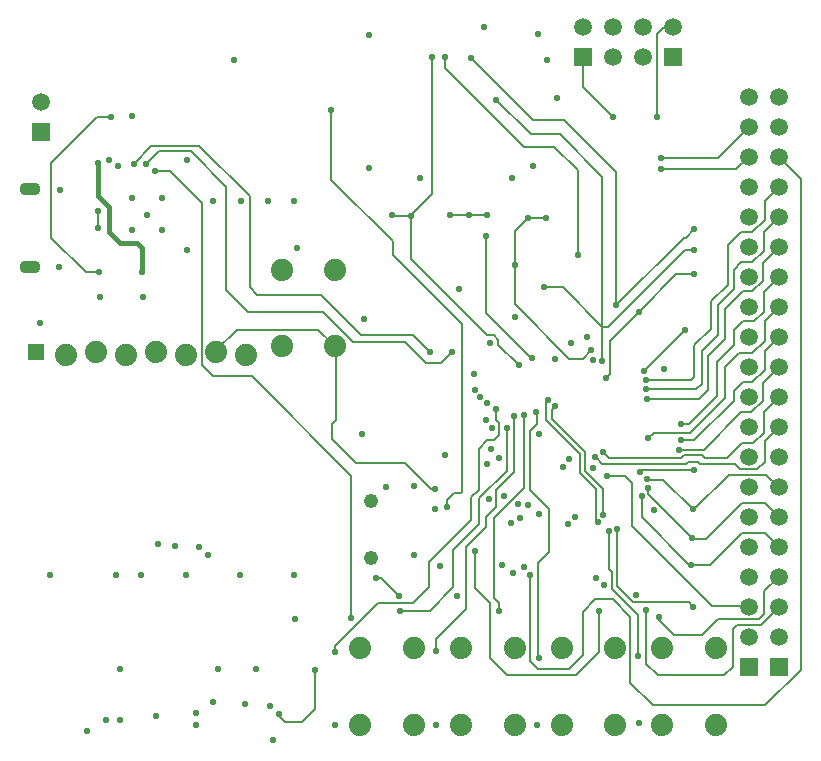
<source format=gbr>
%TF.GenerationSoftware,Novarm,DipTrace,3.2.0.1*%
%TF.CreationDate,2018-02-15T15:07:33-08:00*%
%FSLAX26Y26*%
%MOIN*%
%TF.FileFunction,Copper,L2,Inr*%
%TF.Part,Single*%
%AMOUTLINE1*
4,1,4,
0.026163,0.026163,
0.026205,-0.026121,
-0.026121,-0.026205,
-0.026163,0.026163,
0.026163,0.026163,
0*%
%TA.AperFunction,Conductor*%
%ADD15C,0.006*%
%ADD16C,0.015748*%
%TA.AperFunction,ComponentPad*%
%ADD33R,0.059055X0.059055*%
%ADD34C,0.059055*%
%ADD38O,0.070866X0.043307*%
%ADD45C,0.074*%
%ADD60R,0.05937X0.05937*%
%ADD61C,0.05937*%
%ADD65C,0.048*%
%TA.AperFunction,ViaPad*%
%ADD66C,0.021654*%
%TA.AperFunction,ComponentPad*%
%ADD142OUTLINE1*%
G75*
G01*
%LPD*%
X1278298Y531764D2*
D15*
Y525515D1*
X1300171Y503642D1*
X1356415D1*
X1400160Y547387D1*
Y678624D1*
X675236Y2150267D2*
Y2206588D1*
X2656516Y1119019D2*
Y1116078D1*
X2703578D1*
X2822141Y1234641D1*
X2897141D1*
X2944016Y1187765D1*
X2509641Y1284641D2*
Y1265894D1*
X2656516Y1119019D1*
X2356722Y1706391D2*
Y1821841D1*
X2225172Y1953391D1*
X2162580D1*
X2662765Y2078391D2*
X2631196D1*
X2374646Y1821841D1*
X2356722D1*
Y2321789D1*
X2215700Y2462811D1*
X2118835D1*
X2003222Y2578424D1*
X2651572Y1028587D2*
X2716087D1*
X2822141Y1134641D1*
X2897141D1*
X2944016Y1087765D1*
X2651572Y1028587D2*
X2646945D1*
X2487546Y1187986D1*
Y1256735D1*
X2368809Y1650397D2*
X2381307Y1662895D1*
Y1775057D1*
X2477897Y1871646D1*
X2603553Y1997302D1*
X2662767D1*
X2275068Y2059729D2*
Y2344074D1*
X2196952Y2422191D1*
X2093838D1*
X1831365Y2684663D1*
Y2722159D1*
X2503170Y878603D2*
Y697372D1*
X2540666Y659876D1*
X2762517D1*
X2790639Y687998D1*
Y812985D1*
X2806263Y828608D1*
X2884859D1*
X2944016Y887765D1*
X2543790Y853605D2*
Y844242D1*
X2594016Y794016D1*
X2687767D1*
X2741107Y847356D1*
X2878130D1*
X2896878Y866104D1*
Y940628D1*
X2944016Y987765D1*
X2496920Y1675394D2*
X2631281Y1809755D1*
X2115710Y994215D2*
Y706746D1*
X2140708Y681748D1*
X2243822D1*
X2290692Y728618D1*
Y872353D1*
X2331313Y912974D1*
X2390681D1*
X2450050Y853605D1*
Y634878D1*
X2525288Y559641D1*
X2900267D1*
X3018740Y678116D1*
Y2313041D1*
X2944016Y2387765D1*
X2121960Y1719139D2*
X2118835D1*
X1968851Y1869124D1*
Y2125347D1*
X2503391Y1644016D2*
X2653390D1*
X2662765Y1653391D1*
Y1759641D1*
X2719016Y1815891D1*
Y1906515D1*
X2775267Y1962765D1*
Y2094016D1*
X2819016Y2137765D1*
X2856515D1*
X2897141Y2178391D1*
Y2240890D1*
X2944016Y2287765D1*
X2503170Y1612901D2*
X2669150D1*
X2687765Y1631516D1*
Y1740890D1*
X2740891Y1794016D1*
Y1894016D1*
X2794016Y1947141D1*
Y2012765D1*
X2819016Y2037765D1*
X2856515D1*
X2894016Y2075267D1*
Y2137765D1*
X2944016Y2187765D1*
X2506294Y1581654D2*
X2678528D1*
X2709641Y1612767D1*
Y1725265D1*
X2765891Y1781516D1*
Y1881517D1*
X2825265Y1940891D1*
X2856517D1*
X2890891Y1975265D1*
Y2034641D1*
X2944016Y2087765D1*
X2619016Y1497141D2*
X2644016D1*
X2737767Y1590891D1*
Y1703391D1*
X2794016Y1759641D1*
Y1809642D1*
X2825265Y1840891D1*
X2862767D1*
X2894016Y1872141D1*
Y1937765D1*
X2944016Y1987765D1*
X2509419Y1450418D2*
X2528017Y1469016D1*
X2650267D1*
X2765891Y1584641D1*
Y1687765D1*
X2812767Y1734641D1*
X2856515D1*
X2897141Y1775267D1*
Y1840890D1*
X2944016Y1887765D1*
X2619016Y1444016D2*
X2662767D1*
X2794016Y1575265D1*
Y1606516D1*
X2825265Y1637765D1*
X2856515D1*
X2897141Y1678391D1*
Y1740890D1*
X2944016Y1787765D1*
X2612765Y1412765D2*
X2694016D1*
X2819016Y1537765D1*
X2853391D1*
X2890891Y1575265D1*
Y1634641D1*
X2944016Y1687765D1*
X2359435Y1403547D2*
X2378341Y1384641D1*
X2618624D1*
X2628156Y1394173D1*
X2687525D1*
X2697058Y1384641D1*
X2772141D1*
X2822141Y1434641D1*
X2859641D1*
X2894016Y1469016D1*
Y1537765D1*
X2944016Y1587765D1*
X1518898Y850481D2*
Y1325431D1*
X1187683Y1656646D1*
X1059571D1*
X1022075Y1694142D1*
Y2234710D1*
X915836Y2340949D1*
X865841D1*
X793974Y2365946D2*
X853343Y2425315D1*
X1012701D1*
X1181433Y2256583D1*
Y1953490D1*
X1206431Y1928492D1*
X1418908D1*
X1553269Y1794131D1*
X1723811D1*
X1781670Y1736273D1*
X2371933Y1325431D2*
X2431302D1*
X2456299Y1300433D1*
Y1156698D1*
X2722107Y890891D1*
X2840890D1*
X2844016Y887765D1*
X2481516Y1337765D2*
X2487929Y1344179D1*
X2662528D1*
X2590891Y2822137D2*
X2562526D1*
X2537541Y2797151D1*
Y2522180D1*
X2553164Y2384694D2*
X2740945D1*
X2844016Y2487765D1*
X2506516Y1315891D2*
Y1312765D1*
X2559641D1*
X2659465Y1212943D1*
X2944016Y1287765D2*
X2903390Y1328391D1*
X2777977D1*
X2662528Y1212943D1*
X2659465D1*
X2662764Y2147139D2*
X2634641Y2119016D1*
X2628391D1*
X2403391Y1894016D1*
Y2337613D1*
X2228198Y2512806D1*
X2125084D1*
X1918856Y2719034D1*
X1603264Y984841D2*
X1618887D1*
X1678256Y925473D1*
X1970831Y2194016D2*
X1912859D1*
X1850267D1*
X2003222Y1547282D2*
Y1509786D1*
X2012596Y1500412D1*
Y1459792D1*
X1996973Y1444168D1*
X1971975D1*
X1943853Y1416046D1*
Y1278561D1*
X1918856Y1253563D1*
Y1178571D1*
X1778246Y1037961D1*
Y953595D1*
X1725126Y900475D1*
X1609513D1*
X1465778Y756740D1*
Y737992D1*
X2062591Y1525410D2*
Y1337929D1*
X2003222Y1278561D1*
Y1222317D1*
X1968851Y1187945D1*
Y1153574D1*
X1903233Y1087956D1*
Y881727D1*
X1803243Y781738D1*
Y741117D1*
X2134458Y1537908D2*
X2137583D1*
Y1497288D1*
X2115710Y1475415D1*
Y1278561D1*
X2178204Y1216067D1*
Y1072332D1*
X2140708Y1034836D1*
Y722369D1*
X2143832Y719244D1*
X2175079Y1578529D2*
X2168622D1*
Y1509994D1*
X2281318Y1397298D1*
Y1334805D1*
X2334437Y1281685D1*
Y1178571D1*
X2340687Y1172322D1*
X2378183Y1141075D2*
Y1012964D1*
X2387557Y1003589D1*
Y947345D1*
X2475267Y859635D1*
Y725516D1*
X834595Y2362822D2*
X878340Y2406567D1*
X984579D1*
X1103317Y2287830D1*
Y1944116D1*
X1175184Y1872248D1*
X1425158D1*
X1526603Y1770803D1*
X1698460D1*
X1768872Y1700391D1*
X1818866D1*
X1856372Y1737897D1*
X2331313Y1387924D2*
X2334437D1*
X2356446Y1365915D1*
X2634269D1*
X2640655Y1372301D1*
X2676659D1*
X2683045Y1365915D1*
X2797117D1*
X2815891Y1347141D1*
X2872141D1*
X2897141Y1372141D1*
Y1440890D1*
X2944016Y1487765D1*
X2290891Y2722137D2*
Y2622141D1*
X2390891Y2522141D1*
X2844016Y2387765D2*
X2803449Y2347198D1*
X2553164D1*
X1837614Y1222317D2*
Y1244189D1*
X1862612Y1269187D1*
X1884485D1*
X1887609Y1272311D1*
Y1831628D1*
X1659641Y2059596D1*
Y2106516D1*
X1453391Y2312765D1*
Y2544016D1*
X676328Y2369071D2*
D16*
Y2258616D1*
X712733Y2222212D1*
Y2137845D1*
X750229Y2100349D1*
X806473D1*
X822096Y2084726D1*
Y2003485D1*
X678361D2*
D15*
X634616D1*
X519003Y2119097D1*
Y2369071D1*
X672112Y2522180D1*
X718982D1*
X2107996Y2184715D2*
X2168826D1*
X2065891Y2028113D2*
Y1897070D1*
X2246946Y1716015D1*
X2290692D1*
X2318814Y1744137D1*
X2065891Y2028113D2*
Y2142610D1*
X2107996Y2184715D1*
X2037593Y1484789D2*
Y1341054D1*
X1946978Y1250439D1*
Y1166072D1*
X1859487Y1078582D1*
Y953595D1*
X1781370Y875478D1*
X1681381D1*
X2093838Y1528213D2*
Y1284810D1*
X1994016Y1184988D1*
Y919015D1*
X2012767Y900264D1*
Y875267D1*
X2344016Y875264D2*
Y737765D1*
X2269016Y662765D1*
X2037765D1*
X1981516Y719015D1*
Y900267D1*
X1931355Y950428D1*
Y1075104D1*
X2659643Y887764D2*
X2643807Y903600D1*
X2459424D1*
X2406305Y956719D1*
Y1147324D1*
X2359435Y1194194D2*
Y1281685D1*
X2300066Y1341054D1*
Y1403547D1*
X2188307Y1515306D1*
Y1544887D1*
X2200076Y1556656D1*
X1069016Y1737765D2*
Y1744016D1*
X1137765Y1812765D1*
X1409516D1*
X1465765Y1756516D1*
X1797139Y1281516D2*
X1784664D1*
X1697004Y1369176D1*
X1534521D1*
X1456404Y1447293D1*
Y1497288D1*
X1469016Y1509899D1*
Y1753265D1*
X1465765Y1756516D1*
X1719007Y2192194D2*
X1658338D1*
X1656516Y2194016D1*
X1787620Y2722159D2*
Y2262832D1*
X1719007Y2194219D1*
Y2192194D1*
X2078265Y1694142D2*
X2009641Y1762767D1*
Y1778391D1*
X1994016Y1794016D1*
X1972141D1*
X1719007Y2047150D1*
Y2192194D1*
D66*
X1278298Y531764D3*
X1400160Y678624D3*
X971173Y2376227D3*
X972080Y2078477D3*
X713271Y2378983D3*
X675236Y2150267D3*
Y2206588D3*
X740855Y2356572D3*
X1562767Y1847251D3*
X548817Y2276251D3*
X837719Y2194089D3*
X1153311Y2240960D3*
X1240802D3*
X1328293D3*
X787865Y2525264D3*
X681486Y1922243D3*
X481507Y1834752D3*
X825221Y1922243D3*
X681486D3*
X1983511Y1769147D3*
X2253196Y1769134D3*
X1983511Y1769147D3*
X2065891Y1853391D3*
X1877481Y1948051D3*
X2065891Y1853391D3*
X1578496Y2350361D3*
X1747788Y2318865D3*
X1578496Y2350361D3*
X2054087Y2318865D3*
X1747788D3*
X2125347Y2357448D3*
X2054087Y2318865D3*
X2141095Y2796424D3*
X2206326Y2584673D3*
X2125347Y2357448D3*
X1578496Y2794256D3*
X1961961Y2821214D3*
X1578496Y2794256D3*
Y2350361D3*
X1129057Y2709639D3*
X2478172Y500517D3*
X1465089Y494957D3*
X1802625Y495852D3*
X2140160D3*
X515878Y994215D3*
X1257906Y445752D3*
D3*
D3*
X1202936Y681516D3*
X1075194D3*
X819607Y994016D3*
X968756D3*
X1150187D3*
X1328095D3*
X736929D3*
X819607D3*
X736929D3*
X1202936Y681516D3*
X1797139Y1214587D3*
X1728390Y1059973D3*
X1328095Y994016D3*
X1331614Y847159D3*
X1202936Y681516D3*
X2562538Y1681643D3*
X2023609Y1027101D3*
X2529693Y1210943D3*
X869238Y524675D3*
X639767Y473494D3*
X750011Y680841D3*
D3*
X1331614Y847159D3*
X1002629Y493155D3*
X2023609Y1027101D3*
X787998Y2250496D3*
X1059571Y2240960D3*
X887767Y2250265D3*
X1153311Y2240960D3*
X887625Y2144156D3*
X548817Y2276251D3*
X545692Y2020345D3*
X787998Y2144095D3*
X1831365Y1394173D3*
X1728390Y1291198D3*
X1797139Y1214587D3*
X1928391Y1665891D3*
X2656516Y1119019D3*
X2509641Y1284641D3*
X2656516Y1119019D3*
X2356722Y1706391D3*
X2162580Y1953391D3*
X2662765Y2078391D3*
X2003222Y2578424D3*
X2651572Y1028587D3*
X2487546Y1256735D3*
X2651572Y1028587D3*
X1040823Y1059834D3*
X2651572Y1028587D3*
X2368809Y1650397D3*
X2662767Y1997302D3*
D3*
X2275068Y2059729D3*
X1831365Y2722159D3*
X2477897Y1871646D3*
X2503170Y878603D3*
X2543790Y853605D3*
X2325063Y1350631D3*
X2496920Y1675394D3*
X2631281Y1809755D3*
X1984474Y1412922D3*
X2012596Y1384799D3*
X2075089Y1231691D3*
X875215Y1097330D3*
X2053217Y1169197D3*
X931460Y1091080D3*
X2093838Y1022338D3*
X2081338Y1184822D3*
X2109461Y1228566D3*
X2146957Y1197319D3*
X2115710Y994215D3*
X2243822Y1381675D3*
X2121960Y1719139D3*
X1968851Y2125347D3*
X2240697Y1162948D3*
X2265694Y1187945D3*
X2028219Y1256688D3*
X1978225Y1247314D3*
X2503391Y1644016D3*
X2503170Y1612901D3*
X2506294Y1581654D3*
X2619016Y1497141D3*
X2509419Y1450418D3*
X2619016Y1444016D3*
X2612765Y1412765D3*
X2359435Y1403547D3*
X1634511Y1287935D3*
X1556394Y1466041D3*
X2468798Y928597D3*
X1518898Y850481D3*
X865841Y2340949D3*
X793974Y2365946D3*
X1781670Y1736273D3*
X2371933Y1325431D3*
X2481516Y1337765D3*
X2662528Y1344179D3*
X2537541Y2522180D3*
X2197141Y1715891D3*
X2553164Y2384694D3*
X2506516Y1315891D3*
X2659465Y1212943D3*
X1012520Y1087775D3*
X2659465Y1212943D3*
X2662764Y2147139D3*
X2403391Y1894016D3*
X2325142Y1712642D3*
X2403391Y1894016D3*
X1918856Y2719034D3*
X2362559Y959844D3*
X703391Y509641D3*
X1603264Y984841D3*
X1678256Y925473D3*
X2362559Y959844D3*
X1871986Y925473D3*
X1247051Y556761D3*
X1678256Y925473D3*
X1002629Y532919D3*
X1247051Y556761D3*
X1970831Y2194016D3*
X1850267D3*
X1912859D3*
X2171954Y2711777D3*
X1970831Y2194016D3*
X2334437Y984841D3*
X750265Y512765D3*
X1815742Y1022849D3*
X2334437Y984841D3*
X1165810Y564488D3*
X1057747Y572683D3*
X1165810Y564488D3*
X2003222Y1547282D3*
X1465778Y737992D3*
X2062591Y1525410D3*
X1803243Y741117D3*
X2134458Y1537908D3*
X2143832Y719244D3*
X2175079Y1578529D3*
X2340687Y1172322D3*
X2378183Y1141075D3*
X2475267Y725516D3*
X1987599Y1484789D3*
X1947141Y1587767D3*
X1931516Y1612765D3*
X1972141Y1569016D3*
X1969016Y1512765D3*
X834595Y2362822D3*
X1856372Y1737897D3*
X2331313Y1387924D3*
X2390891Y2522141D3*
X2553164Y2347198D3*
X2306717Y1787966D3*
X1837614Y1222317D3*
X1453391Y2544016D3*
X676328Y2369071D3*
X822096Y2003485D3*
X678361D3*
X718982Y2522180D3*
X2107996Y2184715D3*
X2168826D3*
X2065891Y2028113D3*
X2318814Y1744137D3*
X2065891Y2028113D3*
X2107996Y2184715D3*
X2059466Y1000465D3*
X2037593Y1484789D3*
X1681381Y875478D3*
X2093838Y1528213D3*
X2012767Y875267D3*
X2344016Y875264D3*
X1931355Y1075104D3*
X2146957Y1466041D3*
X2659643Y887764D3*
X2406305Y1147324D3*
X2359435Y1194194D3*
X2200076Y1556656D3*
X1797139Y1281516D3*
X1971839Y1365915D3*
X1337667Y2084726D3*
X1719007Y2192194D3*
X1656516Y2194016D3*
X1787620Y2722159D3*
X1719007Y2192194D3*
X2225074Y1353553D3*
X2078265Y1694142D3*
X1719007Y2192194D3*
D33*
X484631Y2472185D3*
D34*
Y2572185D3*
D38*
X449314Y2280188D3*
Y2020345D3*
D142*
X469016Y1737765D3*
D45*
X569016Y1727765D3*
X669016Y1737765D3*
X769016Y1727765D3*
X869016Y1737765D3*
X969016Y1727765D3*
X1069016Y1737765D3*
X1169016Y1727765D3*
D33*
X2844016Y687765D3*
D34*
Y787765D3*
Y887765D3*
Y987765D3*
Y1087765D3*
Y1187765D3*
Y1287765D3*
Y1387765D3*
Y1487765D3*
Y1587765D3*
Y1687765D3*
Y1787765D3*
Y1887765D3*
Y1987765D3*
Y2087765D3*
Y2187765D3*
Y2287765D3*
Y2387765D3*
Y2487765D3*
Y2587765D3*
D33*
X2944016Y687765D3*
D34*
Y787765D3*
Y887765D3*
Y987765D3*
Y1087765D3*
Y1187765D3*
Y1287765D3*
Y1387765D3*
Y1487765D3*
Y1587765D3*
Y1687765D3*
Y1787765D3*
Y1887765D3*
Y1987765D3*
Y2087765D3*
Y2187765D3*
Y2287765D3*
Y2387765D3*
Y2487765D3*
Y2587765D3*
D45*
X1287765Y1756516D3*
Y2012516D3*
X1465765Y1756516D3*
Y2012516D3*
X1550265Y494016D3*
Y750016D3*
X1728265Y494016D3*
Y750016D3*
X1885683Y494016D3*
Y750016D3*
X2063683Y494016D3*
Y750016D3*
X2221099Y494016D3*
Y750016D3*
X2399099Y494016D3*
Y750016D3*
X2556516Y494016D3*
Y750016D3*
X2734516Y494016D3*
Y750016D3*
D60*
X2590891Y2722137D3*
D61*
Y2822137D3*
X2490891Y2722137D3*
Y2822137D3*
X2390891Y2722137D3*
Y2822137D3*
D60*
X2290891Y2722137D3*
D61*
Y2822137D3*
D65*
X1584641Y1050269D3*
Y1240269D3*
M02*

</source>
